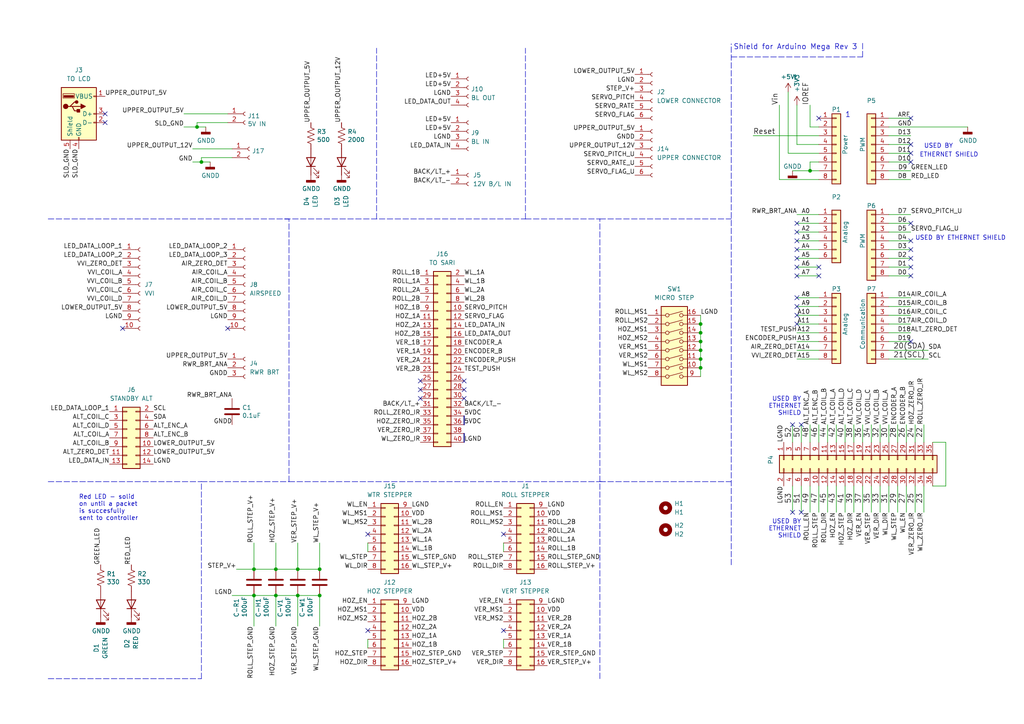
<source format=kicad_sch>
(kicad_sch (version 20211123) (generator eeschema)
  (paper "A4")
  (title_block (date "mar. 31 mars 2015"))
  (junction (at 86.36 165.1))
  (junction (at 73.66 165.1))
  (junction (at 73.66 172.72))
  (junction (at 58.42 46.99))
  (junction (at 203.2 106.68))
  (junction (at 86.36 172.72))
  (junction (at 234.95 49.53))
  (junction (at 57.15 36.83))
  (junction (at 80.01 172.72))
  (junction (at 203.2 96.52))
  (junction (at 203.2 104.14))
  (junction (at 203.2 93.98))
  (junction (at 92.71 172.72))
  (junction (at 80.01 165.1))
  (junction (at 203.2 101.6))
  (junction (at 203.2 99.06))
  (junction (at 92.71 165.1))
  (no_connect (at 231.14 69.85))
  (no_connect (at 231.14 93.98))
  (no_connect (at 231.14 91.44))
  (no_connect (at 231.14 88.9))
  (no_connect (at 231.14 86.36))
  (no_connect (at 264.16 99.06))
  (no_connect (at 264.16 64.77))
  (no_connect (at 264.16 46.99))
  (no_connect (at 264.16 77.47))
  (no_connect (at 121.92 110.49))
  (no_connect (at 231.14 74.93))
  (no_connect (at 264.16 41.91))
  (no_connect (at 264.16 34.29))
  (no_connect (at 264.16 72.39))
  (no_connect (at 231.14 72.39))
  (no_connect (at 231.14 80.01))
  (no_connect (at 264.16 80.01))
  (no_connect (at 264.16 44.45))
  (no_connect (at 134.62 113.03))
  (no_connect (at 231.14 64.77))
  (no_connect (at 66.04 95.25))
  (no_connect (at 264.16 69.85))
  (no_connect (at 106.68 154.94))
  (no_connect (at 134.62 115.57))
  (no_connect (at 106.68 182.88))
  (no_connect (at 146.05 182.88))
  (no_connect (at 237.49 77.47))
  (no_connect (at 231.14 77.47))
  (no_connect (at 237.49 80.01))
  (no_connect (at 35.56 95.25))
  (no_connect (at 237.49 34.29))
  (no_connect (at 146.05 154.94))
  (no_connect (at 121.92 113.03))
  (no_connect (at 121.92 115.57))
  (no_connect (at 134.62 110.49))
  (no_connect (at 30.48 35.56))
  (no_connect (at 30.48 33.02))
  (no_connect (at 264.16 74.93))
  (no_connect (at 231.14 67.31))
  (no_connect (at 232.41 148.59))
  (no_connect (at 229.87 148.59))
  (no_connect (at 232.41 123.19))
  (no_connect (at 229.87 123.19))
  (polyline (pts (xy 152.4 63.5) (xy 152.4 13.97)))
  (wire (pts (xy 237.49 49.53) (xy 234.95 49.53)))
  (wire (pts (xy 218.44 39.37) (xy 237.49 39.37)))
  (wire (pts (xy 228.6 26.67) (xy 228.6 44.45)))
  (wire (pts (xy 257.81 39.37) (xy 264.16 39.37)))
  (wire (pts (xy 229.87 140.97) (xy 229.87 148.59)))
  (wire (pts (xy 240.03 128.27) (xy 240.03 123.19)))
  (wire (pts (xy 203.2 99.06) (xy 203.2 101.6)))
  (polyline (pts (xy 82.55 63.5) (xy 152.4 63.5)))
  (wire (pts (xy 274.32 140.97) (xy 270.51 140.97)))
  (wire (pts (xy 257.81 104.14) (xy 269.24 104.14)))
  (wire (pts (xy 232.41 140.97) (xy 232.41 148.59)))
  (wire (pts (xy 260.35 128.27) (xy 260.35 123.19)))
  (wire (pts (xy 73.66 172.72) (xy 80.01 172.72)))
  (wire (pts (xy 264.16 72.39) (xy 257.81 72.39)))
  (wire (pts (xy 237.49 46.99) (xy 234.95 46.99)))
  (wire (pts (xy 274.32 128.27) (xy 274.32 140.97)))
  (wire (pts (xy 146.05 157.48) (xy 146.05 160.02)))
  (wire (pts (xy 237.49 36.83) (xy 234.95 36.83)))
  (wire (pts (xy 257.81 91.44) (xy 264.16 91.44)))
  (wire (pts (xy 203.2 93.98) (xy 203.2 96.52)))
  (wire (pts (xy 57.15 35.56) (xy 57.15 36.83)))
  (wire (pts (xy 66.04 35.56) (xy 57.15 35.56)))
  (wire (pts (xy 203.2 104.14) (xy 203.2 106.68)))
  (wire (pts (xy 240.03 140.97) (xy 240.03 148.59)))
  (polyline (pts (xy 173.99 63.5) (xy 212.09 63.5)))
  (wire (pts (xy 67.31 172.72) (xy 73.66 172.72)))
  (wire (pts (xy 237.49 96.52) (xy 231.14 96.52)))
  (wire (pts (xy 237.49 72.39) (xy 231.14 72.39)))
  (polyline (pts (xy 13.97 139.7) (xy 58.42 139.7)))
  (wire (pts (xy 73.66 157.48) (xy 73.66 165.1)))
  (wire (pts (xy 237.49 88.9) (xy 231.14 88.9)))
  (wire (pts (xy 247.65 140.97) (xy 247.65 148.59)))
  (wire (pts (xy 265.43 140.97) (xy 265.43 148.59)))
  (wire (pts (xy 226.06 52.07) (xy 226.06 30.48)))
  (wire (pts (xy 58.42 46.99) (xy 60.96 46.99)))
  (wire (pts (xy 257.81 44.45) (xy 264.16 44.45)))
  (wire (pts (xy 234.95 36.83) (xy 234.95 30.48)))
  (wire (pts (xy 237.49 62.23) (xy 231.14 62.23)))
  (wire (pts (xy 203.2 106.68) (xy 203.2 109.22)))
  (wire (pts (xy 264.16 69.85) (xy 257.81 69.85)))
  (wire (pts (xy 231.14 41.91) (xy 237.49 41.91)))
  (wire (pts (xy 257.81 74.93) (xy 264.16 74.93)))
  (wire (pts (xy 68.58 165.1) (xy 73.66 165.1)))
  (wire (pts (xy 237.49 99.06) (xy 231.14 99.06)))
  (wire (pts (xy 86.36 172.72) (xy 92.71 172.72)))
  (wire (pts (xy 257.81 80.01) (xy 264.16 80.01)))
  (wire (pts (xy 237.49 93.98) (xy 231.14 93.98)))
  (wire (pts (xy 237.49 80.01) (xy 231.14 80.01)))
  (wire (pts (xy 92.71 181.61) (xy 92.71 172.72)))
  (wire (pts (xy 234.95 128.27) (xy 234.95 123.19)))
  (wire (pts (xy 106.68 157.48) (xy 106.68 160.02)))
  (wire (pts (xy 245.11 128.27) (xy 245.11 123.19)))
  (polyline (pts (xy 212.09 163.83) (xy 212.09 12.7)))
  (polyline (pts (xy 250.19 16.51) (xy 250.19 12.065)))
  (wire (pts (xy 255.27 140.97) (xy 255.27 148.59)))
  (wire (pts (xy 257.81 128.27) (xy 257.81 123.19)))
  (wire (pts (xy 257.81 86.36) (xy 264.16 86.36)))
  (wire (pts (xy 262.89 128.27) (xy 262.89 123.19)))
  (wire (pts (xy 57.15 36.83) (xy 59.69 36.83)))
  (bus (pts (xy 134.62 125.73) (xy 134.62 128.27)))
  (polyline (pts (xy 152.4 63.5) (xy 173.99 63.5)))
  (polyline (pts (xy 212.09 16.51) (xy 250.19 16.51)))
  (wire (pts (xy 106.68 185.42) (xy 106.68 187.96)))
  (wire (pts (xy 234.95 49.53) (xy 229.87 49.53)))
  (polyline (pts (xy 58.42 196.85) (xy 58.42 139.7)))
  (wire (pts (xy 237.49 128.27) (xy 237.49 123.19)))
  (wire (pts (xy 234.95 140.97) (xy 234.95 148.59)))
  (polyline (pts (xy 173.99 139.7) (xy 173.99 63.5)))
  (wire (pts (xy 237.49 101.6) (xy 231.14 101.6)))
  (wire (pts (xy 257.81 49.53) (xy 264.16 49.53)))
  (wire (pts (xy 55.88 43.18) (xy 67.31 43.18)))
  (polyline (pts (xy 173.99 139.7) (xy 212.09 139.7)))
  (wire (pts (xy 232.41 123.19) (xy 232.41 128.27)))
  (wire (pts (xy 252.73 128.27) (xy 252.73 123.19)))
  (wire (pts (xy 203.2 91.44) (xy 203.2 93.98)))
  (polyline (pts (xy 83.82 139.7) (xy 83.82 63.5)))
  (polyline (pts (xy 13.97 63.5) (xy 83.82 63.5)))
  (wire (pts (xy 237.49 86.36) (xy 231.14 86.36)))
  (bus (pts (xy 134.62 120.65) (xy 134.62 123.19)))
  (wire (pts (xy 245.11 140.97) (xy 245.11 148.59)))
  (wire (pts (xy 267.97 140.97) (xy 267.97 148.59)))
  (wire (pts (xy 257.81 46.99) (xy 264.16 46.99)))
  (wire (pts (xy 237.49 67.31) (xy 231.14 67.31)))
  (wire (pts (xy 92.71 157.48) (xy 92.71 165.1)))
  (polyline (pts (xy 13.97 196.85) (xy 58.42 196.85)))
  (wire (pts (xy 237.49 77.47) (xy 231.14 77.47)))
  (wire (pts (xy 257.81 62.23) (xy 264.16 62.23)))
  (wire (pts (xy 231.14 30.48) (xy 231.14 41.91)))
  (wire (pts (xy 257.81 36.83) (xy 280.67 36.83)))
  (wire (pts (xy 237.49 74.93) (xy 231.14 74.93)))
  (wire (pts (xy 234.95 46.99) (xy 234.95 49.53)))
  (wire (pts (xy 237.49 64.77) (xy 231.14 64.77)))
  (wire (pts (xy 242.57 128.27) (xy 242.57 123.19)))
  (wire (pts (xy 80.01 181.61) (xy 80.01 172.72)))
  (wire (pts (xy 257.81 96.52) (xy 264.16 96.52)))
  (wire (pts (xy 237.49 140.97) (xy 237.49 148.59)))
  (wire (pts (xy 73.66 181.61) (xy 73.66 172.72)))
  (wire (pts (xy 229.87 123.19) (xy 229.87 128.27)))
  (wire (pts (xy 269.24 101.6) (xy 257.81 101.6)))
  (wire (pts (xy 237.49 104.14) (xy 231.14 104.14)))
  (wire (pts (xy 274.32 128.27) (xy 270.51 128.27)))
  (wire (pts (xy 203.2 96.52) (xy 203.2 99.06)))
  (polyline (pts (xy 83.82 139.7) (xy 175.26 139.7)))
  (wire (pts (xy 257.81 34.29) (xy 264.16 34.29)))
  (wire (pts (xy 203.2 101.6) (xy 203.2 104.14)))
  (wire (pts (xy 262.89 140.97) (xy 262.89 148.59)))
  (wire (pts (xy 257.81 52.07) (xy 264.16 52.07)))
  (wire (pts (xy 255.27 128.27) (xy 255.27 123.19)))
  (wire (pts (xy 257.81 88.9) (xy 264.16 88.9)))
  (wire (pts (xy 80.01 157.48) (xy 80.01 165.1)))
  (wire (pts (xy 260.35 140.97) (xy 260.35 148.59)))
  (wire (pts (xy 86.36 157.48) (xy 86.36 165.1)))
  (wire (pts (xy 53.34 33.02) (xy 66.04 33.02)))
  (wire (pts (xy 80.01 165.1) (xy 86.36 165.1)))
  (wire (pts (xy 265.43 128.27) (xy 265.43 123.19)))
  (wire (pts (xy 86.36 181.61) (xy 86.36 172.72)))
  (polyline (pts (xy 109.22 63.5) (xy 109.22 13.97)))
  (wire (pts (xy 247.65 128.27) (xy 247.65 123.19)))
  (polyline (pts (xy 58.42 139.7) (xy 83.82 139.7)))
  (wire (pts (xy 257.81 93.98) (xy 264.16 93.98)))
  (wire (pts (xy 257.81 41.91) (xy 264.16 41.91)))
  (wire (pts (xy 250.19 140.97) (xy 250.19 148.59)))
  (wire (pts (xy 146.05 185.42) (xy 146.05 187.96)))
  (wire (pts (xy 73.66 165.1) (xy 80.01 165.1)))
  (wire (pts (xy 53.34 36.83) (xy 57.15 36.83)))
  (wire (pts (xy 58.42 45.72) (xy 58.42 46.99)))
  (polyline (pts (xy 173.99 196.85) (xy 173.99 139.7)))
  (wire (pts (xy 257.81 77.47) (xy 264.16 77.47)))
  (wire (pts (xy 228.6 44.45) (xy 237.49 44.45)))
  (wire (pts (xy 86.36 165.1) (xy 92.71 165.1)))
  (wire (pts (xy 55.88 46.99) (xy 58.42 46.99)))
  (wire (pts (xy 257.81 99.06) (xy 264.16 99.06)))
  (wire (pts (xy 237.49 91.44) (xy 231.14 91.44)))
  (wire (pts (xy 252.73 140.97) (xy 252.73 148.59)))
  (wire (pts (xy 257.81 140.97) (xy 257.81 148.59)))
  (wire (pts (xy 80.01 172.72) (xy 86.36 172.72)))
  (wire (pts (xy 257.81 64.77) (xy 264.16 64.77)))
  (wire (pts (xy 267.97 128.27) (xy 267.97 123.19)))
  (wire (pts (xy 237.49 69.85) (xy 231.14 69.85)))
  (wire (pts (xy 242.57 140.97) (xy 242.57 148.59)))
  (wire (pts (xy 237.49 52.07) (xy 226.06 52.07)))
  (wire (pts (xy 264.16 67.31) (xy 257.81 67.31)))
  (wire (pts (xy 250.19 128.27) (xy 250.19 123.19)))
  (wire (pts (xy 67.31 45.72) (xy 58.42 45.72)))
  (text "Shield for Arduino Mega Rev 3" (at 212.725 14.605 0) (effects (font (size 1.524 1.524)) (justify left bottom)))
  (text "USED BY\nETHERNET\nSHIELD" (at 232.41 120.65 180) (effects (font (size 1.27 1.27)) (justify right bottom)))
  (text "ETHERNET SHIELD" (at 266.7 45.72 0) (effects (font (size 1.27 1.27)) (justify left bottom)))
  (text "USED BY ETHERNET SHIELD" (at 265.43 69.85 0) (effects (font (size 1.27 1.27)) (justify left bottom)))
  (text "Red LED - solid\non until a packet\nis succesfully \nsent to controller" (at 22.86 151.13 0) (effects (font (size 1.27 1.27)) (justify left bottom)))
  (text "USED BY\nETHERNET\nSHIELD" (at 232.41 156.21 180) (effects (font (size 1.27 1.27)) (justify right bottom)))
  (text "1" (at 245.11 34.29 0) (effects (font (size 1.524 1.524)) (justify left bottom)))
  (text "USED BY" (at 267.97 43.18 0) (effects (font (size 1.27 1.27)) (justify left bottom)))
  (label "WL_2B" (at 119.38 152.4 0))
  (label "WL_DIR" (at 257.81 148.59 270))
  (label "D0" (at 260.35 80.01 0))
  (label "ALT_COIL_C" (at 31.75 121.92 180))
  (label "A13" (at 234.95 99.06 180))
  (label "ROLL_1A" (at 158.75 157.48 0))
  (label "WL_ZERO_IR" (at 267.97 148.59 270))
  (label "D2" (at 260.35 74.93 0))
  (label "HOZ_2B" (at 121.92 97.79 180))
  (label "VVI_COIL_B" (at 255.27 123.19 90))
  (label "ALT_COIL_B" (at 240.03 123.19 90))
  (label "ROLL_2B" (at 158.75 152.4 0))
  (label "ROLL_MS2" (at 187.96 93.98 180))
  (label "SERVO_FLAG" (at 134.62 92.71 0))
  (label "52" (at 229.87 126.9443 90) (effects (font (size 1.524 1.524))))
  (label "WL_MS1" (at 106.68 149.86 180))
  (label "WL_EN" (at 262.89 148.59 270))
  (label "LED_DATA_LOOP_3" (at 66.04 74.93 180))
  (label "AIR_COIL_D" (at 66.04 87.63 180))
  (label "41" (at 245.11 146.05 90) (effects (font (size 1.524 1.524))))
  (label "GND" (at 55.88 46.99 180))
  (label "32" (at 255.27 127 90) (effects (font (size 1.524 1.524))))
  (label "D4" (at 260.35 69.85 0))
  (label "HOZ_ZERO_IR" (at 265.43 123.19 90))
  (label "UPPER_OUTPUT_5V" (at 66.04 104.14 180))
  (label "ENCODER_A" (at 134.62 100.33 0))
  (label "D11" (at 260.35 44.45 0))
  (label "ENCODER_B" (at 262.89 123.19 90))
  (label "GNDD" (at 184.15 40.64 180))
  (label "ROLL_2B" (at 121.92 87.63 180))
  (label "VVI_COIL_D" (at 250.19 123.19 90))
  (label "A14" (at 234.95 101.6 180))
  (label "LGND" (at 130.81 27.94 180))
  (label "D17" (at 260.35 93.98 0))
  (label "WL_STEP" (at 260.35 148.59 270))
  (label "ENCODER_PUSH" (at 134.62 105.41 0))
  (label "BACK{slash}LT_-" (at 130.81 53.34 180))
  (label "VER_1A" (at 121.92 102.87 180))
  (label "D5" (at 260.35 67.31 0))
  (label "WL_2A" (at 134.62 85.09 0))
  (label "40" (at 245.11 127 90) (effects (font (size 1.524 1.524))))
  (label "HOZ_STEP" (at 245.11 148.59 270))
  (label "LED+5V" (at 130.81 38.1 180))
  (label "ROLL_EN" (at 234.95 148.59 270))
  (label "ROLL_EN" (at 146.05 147.32 180))
  (label "ROLL_STEP_GND" (at 158.75 162.56 0))
  (label "LGND" (at 227.33 140.97 270))
  (label "LGND" (at 67.31 172.72 180))
  (label "GNDD" (at 67.31 123.19 180))
  (label "SERVO_FLAG_U" (at 264.16 67.31 0))
  (label "ROLL_1B" (at 121.92 80.01 180))
  (label "Vin" (at 226.06 30.48 90) (effects (font (size 1.524 1.524))))
  (label "UPPER_OUTPUT_5V" (at 53.34 33.02 180))
  (label "VER_MS1" (at 187.96 101.6 180))
  (label "HOZ_STEP_V+" (at 119.38 193.04 0))
  (label "IOREF" (at 234.95 30.48 90) (effects (font (size 1.524 1.524))))
  (label "VDD" (at 158.75 149.86 0))
  (label "WL_MS1" (at 187.96 106.68 180))
  (label "A7" (at 234.95 80.01 180))
  (label "LGND" (at 130.81 40.64 180))
  (label "LGND" (at 119.38 147.32 0))
  (label "D19" (at 260.35 99.06 0))
  (label "ROLL_MS1" (at 187.96 91.44 180))
  (label "44" (at 240.03 126.9443 90) (effects (font (size 1.524 1.524))))
  (label "WL_1B" (at 134.62 82.55 0))
  (label "LED+5V" (at 130.81 35.56 180))
  (label "HOZ_STEP_GND" (at 80.01 181.61 270))
  (label "AIR_COIL_D" (at 264.16 93.98 0))
  (label "WL_MS2" (at 106.68 152.4 180))
  (label "50" (at 232.41 126.9443 90) (effects (font (size 1.524 1.524))))
  (label "ROLL_STEP_V+" (at 73.66 157.48 90))
  (label "HOZ_1A" (at 121.92 92.71 180))
  (label "WL_STEP_GND" (at 119.38 162.56 0))
  (label "LOWER_OUTPUT_5V" (at 184.15 21.59 180))
  (label "D16" (at 260.35 91.44 0))
  (label "UPPER_OUTPUT_12V" (at 184.15 43.18 180))
  (label "RED_LED" (at 264.16 52.07 0))
  (label "WL_1A" (at 119.38 157.48 0))
  (label "ROLL_MS2" (at 146.05 152.4 180))
  (label "AIR_COIL_B" (at 66.04 82.55 180))
  (label "Reset" (at 218.44 39.37 0) (effects (font (size 1.524 1.524))))
  (label "48" (at 234.95 126.9443 90) (effects (font (size 1.524 1.524))))
  (label "46" (at 237.49 126.9443 90) (effects (font (size 1.524 1.524))))
  (label "A12" (at 234.95 96.52 180))
  (label "21(SCL)" (at 259.08 104.14 0) (effects (font (size 1.524 1.524))))
  (label "HOZ_DIR" (at 247.65 148.59 270))
  (label "20(SDA)" (at 259.08 101.6 0) (effects (font (size 1.524 1.524))))
  (label "D12" (at 260.35 41.91 0))
  (label "53" (at 229.87 146.05 90) (effects (font (size 1.524 1.524))))
  (label "UPPER_OUTPUT_5V" (at 184.15 38.1 180))
  (label "HOZ_STEP" (at 106.68 190.5 180))
  (label "LGND" (at 184.15 24.13 180))
  (label "LGND" (at 134.62 128.27 0))
  (label "ALT_ENC_B" (at 237.49 123.19 90))
  (label "SERVO_FLAG" (at 184.15 34.29 180))
  (label "37" (at 250.19 146.05 90) (effects (font (size 1.524 1.524))))
  (label "SLD_GND" (at 22.86 43.18 270))
  (label "VER_2B" (at 121.92 107.95 180))
  (label "LED_DATA_LOOP_2" (at 66.04 72.39 180))
  (label "STEP_V+" (at 184.15 26.67 180))
  (label "LGND" (at 119.38 175.26 0))
  (label "ALT_ENC_B" (at 44.45 127 0))
  (label "5VDC" (at 134.62 123.19 0))
  (label "ROLL_STEP" (at 237.49 148.59 270))
  (label "LGND" (at 35.56 92.71 180))
  (label "GREEN_LED" (at 264.16 49.53 0))
  (label "VDD" (at 119.38 149.86 0))
  (label "LED_DATA_OUT" (at 130.81 30.48 180))
  (label "27" (at 262.89 146.05 90) (effects (font (size 1.524 1.524))))
  (label "BACK{slash}LT_-" (at 134.62 118.11 0))
  (label "VER_1A" (at 158.75 185.42 0))
  (label "39" (at 247.65 146.05 90) (effects (font (size 1.524 1.524))))
  (label "HOZ_STEP_V+" (at 80.01 157.48 90))
  (label "VER_ZERO_IR" (at 265.43 148.59 270))
  (label "AIR_COIL_C" (at 66.04 85.09 180))
  (label "26" (at 262.89 127 90) (effects (font (size 1.524 1.524))))
  (label "WL_2B" (at 134.62 87.63 0))
  (label "SLD_GND" (at 20.32 43.18 270))
  (label "BACK{slash}LT_+" (at 130.81 50.8 180))
  (label "WL_1A" (at 134.62 80.01 0))
  (label "D15" (at 260.35 88.9 0))
  (label "VVI_COIL_C" (at 35.56 85.09 180))
  (label "HOZ_DIR" (at 106.68 193.04 180))
  (label "LGND" (at 227.33 128.27 90))
  (label "LOWER_OUTPUT_5V" (at 44.45 129.54 0))
  (label "ROLL_1B" (at 158.75 160.02 0))
  (label "A10" (at 234.95 91.44 180))
  (label "33" (at 255.27 146.05 90) (effects (font (size 1.524 1.524))))
  (label "D8" (at 260.35 52.07 0))
  (label "VER_STEP_GND" (at 86.36 181.61 270))
  (label "ENCODER_A" (at 260.35 123.19 90))
  (label "LED_DATA_OUT" (at 134.62 97.79 0))
  (label "VVI_ZERO_DET" (at 35.56 77.47 180))
  (label "LGND" (at 44.45 134.62 0))
  (label "D9" (at 260.4525 49.53 0))
  (label "D18" (at 260.35 96.52 0))
  (label "ROLL_1A" (at 121.92 82.55 180))
  (label "LOWER_OUTPUT_5V" (at 35.56 90.17 180))
  (label "SCL" (at 269.24 104.14 0))
  (label "AIR_COIL_C" (at 264.16 91.44 0))
  (label "LOWER_OUTPUT_5V" (at 66.04 90.17 180))
  (label "RWR_BRT_ANA" (at 67.31 115.57 180))
  (label "A5" (at 234.95 74.93 180))
  (label "WL_MS2" (at 187.96 109.22 180))
  (label "SERVO_PITCH_U" (at 264.16 62.23 0))
  (label "VDD" (at 119.38 177.8 0))
  (label "D7" (at 260.35 62.23 0))
  (label "ALT_ZERO_DET" (at 264.16 96.52 0))
  (label "LED_DATA_IN" (at 31.75 134.62 180))
  (label "STEP_V+" (at 68.58 165.1 180))
  (label "ROLL_STEP" (at 146.05 162.56 180))
  (label "VVI_COIL_D" (at 35.56 87.63 180))
  (label "35" (at 252.73 146.05 90) (effects (font (size 1.524 1.524))))
  (label "ALT_ZERO_DET" (at 31.75 132.08 180))
  (label "RWR_BRT_ANA" (at 231.14 62.23 180))
  (label "ARF" (at 260.35 34.29 0))
  (label "BACK{slash}LT_+" (at 121.92 118.11 180))
  (label "SDA" (at 269.24 101.6 0))
  (label "ALT_COIL_B" (at 31.75 129.54 180))
  (label "ALT_ENC_A" (at 44.45 124.46 0))
  (label "VVI_ZERO_DET" (at 231.14 104.14 180))
  (label "22" (at 267.97 127 90) (effects (font (size 1.524 1.524))))
  (label "SDA" (at 44.45 121.92 0))
  (label "ROLL_DIR" (at 240.03 148.59 270))
  (label "HOZ_1B" (at 119.38 187.96 0))
  (label "WL_1B" (at 119.38 160.02 0))
  (label "VER_EN" (at 250.19 148.59 270))
  (label "ROLL_ZERO_IR" (at 121.92 120.65 180))
  (label "VER_2A" (at 121.92 105.41 180))
  (label "30" (at 257.81 127 90) (effects (font (size 1.524 1.524))))
  (label "UPPER_OUTPUT_12V" (at 99.06 35.56 90))
  (label "SERVO_PITCH" (at 184.15 29.21 180))
  (label "WL_STEP_V+" (at 92.71 157.48 90))
  (label "SERVO_FLAG_U" (at 184.15 50.8 180))
  (label "ROLL_2A" (at 158.75 154.94 0))
  (label "SLD_GND" (at 53.34 36.83 180))
  (label "VER_ZERO_IR" (at 121.92 125.73 180))
  (label "VER_2A" (at 158.75 182.88 0))
  (label "D14" (at 260.35 86.36 0))
  (label "HOZ_MS1" (at 187.96 96.52 180))
  (label "ENCODER_B" (at 134.62 102.87 0))
  (label "HOZ_MS2" (at 187.96 99.06 180))
  (label "WL_EN" (at 106.68 147.32 180))
  (label "34" (at 252.73 127 90) (effects (font (size 1.524 1.524))))
  (label "VER_2B" (at 158.75 180.34 0))
  (label "VER_STEP" (at 146.05 190.5 180))
  (label "A1" (at 234.95 64.77 180))
  (label "HOZ_2B" (at 119.38 180.34 0))
  (label "VER_STEP_V+" (at 158.75 193.04 0))
  (label "HOZ_MS1" (at 106.68 177.8 180))
  (label "A3" (at 234.95 69.85 180))
  (label "ROLL_STEP_V+" (at 158.75 165.1 0))
  (label "VER_MS2" (at 146.05 180.34 180))
  (label "SERVO_PITCH_U" (at 184.15 45.72 180))
  (label "ALT_COIL_A" (at 31.75 127 180))
  (label "23" (at 267.97 146.05 90) (effects (font (size 1.524 1.524))))
  (label "ENCODER_PUSH" (at 231.14 99.06 180))
  (label "LED_DATA_IN" (at 130.81 43.18 180))
  (label "ROLL_MS1" (at 146.05 149.86 180))
  (label "ROLL_ZERO_IR" (at 267.97 123.19 90))
  (label "LGND" (at 203.2 91.44 0))
  (label "ALT_COIL_D" (at 245.11 123.19 90))
  (label "ROLL_DIR" (at 146.05 165.1 180))
  (label "WL_STEP" (at 106.68 162.56 180))
  (label "WL_STEP_V+" (at 119.38 165.1 0))
  (label "38" (at 247.65 127 90) (effects (font (size 1.524 1.524))))
  (label "D1" (at 260.35 77.47 0))
  (label "LGND" (at 158.75 175.26 0))
  (label "D6" (at 260.35 64.77 0))
  (label "ROLL_STEP_GND" (at 73.66 181.61 270))
  (label "AIR_COIL_B" (at 264.16 88.9 0))
  (label "VER_MS2" (at 187.96 104.14 180))
  (label "AIR_COIL_A" (at 264.16 86.36 0))
  (label "UPPER_OUTPUT_5V" (at 90.17 35.56 90))
  (label "ALT_COIL_A" (at 242.57 123.19 90))
  (label "LED_DATA_LOOP_1" (at 31.75 119.38 180))
  (label "45" (at 240.03 146.05 90) (effects (font (size 1.524 1.524))))
  (label "36" (at 250.19 127 90) (effects (font (size 1.524 1.524))))
  (label "LED_DATA_IN" (at 134.62 95.25 0))
  (label "ALT_ENC_A" (at 234.95 123.19 90))
  (label "HOZ_2A" (at 121.92 95.25 180))
  (label "VER_STEP_GND" (at 158.75 190.5 0))
  (label "HOZ_1B" (at 121.92 90.17 180))
  (label "A0" (at 234.95 62.23 180))
  (label "TEST_PUSH" (at 134.62 107.95 0))
  (label "UPPER_OUTPUT_12V" (at 55.88 43.18 180))
  (label "VER_1B" (at 121.92 100.33 180))
  (label "ALT_COIL_D" (at 31.75 124.46 180))
  (label "HOZ_2A" (at 119.38 182.88 0))
  (label "AIR_COIL_A" (at 66.04 80.01 180))
  (label "WL_DIR" (at 106.68 165.1 180))
  (label "25" (at 265.43 146.05 90) (effects (font (size 1.524 1.524))))
  (label "A4" (at 234.95 72.39 180))
  (label "LGND" (at 158.75 147.32 0))
  (label "HOZ_ZERO_IR" (at 121.92 123.19 180))
  (label "A8" (at 234.95 86.36 180))
  (label "AIR_ZERO_DET" (at 66.04 77.47 180))
  (label "GND" (at 260.35 36.83 0))
  (label "GREEN_LED" (at 29.21 163.83 90))
  (label "LED+5V" (at 130.81 22.86 180))
  (label "31" (at 257.81 146.05 90) (effects (font (size 1.524 1.524))))
  (label "LED_DATA_LOOP_1" (at 35.56 72.39 180))
  (label "A6" (at 234.95 77.47 180))
  (label "LED_DATA_LOOP_2" (at 35.56 74.93 180))
  (label "SERVO_RATE_U" (at 184.15 48.26 180))
  (label "AIR_ZERO_DET" (at 231.14 101.6 180))
  (label "VVI_COIL_A" (at 257.81 123.19 90))
  (label "TEST_PUSH" (at 231.14 96.52 180))
  (label "VER_MS1" (at 146.05 177.8 180))
  (label "VER_DIR" (at 146.05 193.04 180))
  (label "A15" (at 234.95 104.14 180))
  (label "29" (at 260.35 146.05 90) (effects (font (size 1.524 1.524))))
  (label "SERVO_RATE" (at 184.15 31.75 180))
  (label "SERVO_PITCH" (at 134.62 90.17 0))
  (label "A9" (at 234.95 88.9 180))
  (label "HOZ_1A" (at 119.38 185.42 0))
  (label "WL_STEP_GND" (at 92.71 181.61 270))
  (label "HOZ_MS2" (at 106.68 180.34 180))
  (label "VER_EN" (at 146.05 175.26 180))
  (label "VDD" (at 158.75 177.8 0))
  (label "VVI_COIL_C" (at 252.73 123.19 90))
  (label "VVI_COIL_A" (at 35.56 80.01 180))
  (label "LED+5V" (at 130.81 25.4 180))
  (label "WL_2A" (at 119.38 154.94 0))
  (label "LOWER_OUTPUT_5V" (at 44.45 132.08 0))
  (label "47" (at 237.49 146.05 90) (effects (font (size 1.524 1.524))))
  (label "24" (at 265.43 127 90) (effects (font (size 1.524 1.524))))
  (label "HOZ_STEP_GND" (at 119.38 190.5 0))
  (label "28" (at 260.35 127 90) (effects (font (size 1.524 1.524))))
  (label "43" (at 242.57 146.05 90) (effects (font (size 1.524 1.524))))
  (label "D3" (at 260.35 72.39 0))
  (label "ROLL_2A" (at 121.92 85.09 180))
  (label "D13" (at 260.35 39.37 0))
  (label "51" (at 232.41 146.05 90) (effects (font (size 1.524 1.524))))
  (label "VVI_COIL_B" (at 35.56 82.55 180))
  (label "SCL" (at 44.45 119.38 0))
  (label "VER_STEP" (at 252.73 148.59 270))
  (label "D10" (at 260.35 46.99 0))
  (label "A2" (at 234.95 67.31 180))
  (label "A11" (at 234.95 93.98 180))
  (label "WL_ZERO_IR" (at 121.92 128.27 180))
  (label "VER_DIR" (at 255.27 148.59 270))
  (label "5VDC" (at 134.62 120.65 0))
  (label "GNDD" (at 66.04 109.22 180))
  (label "HOZ_EN" (at 106.68 175.26 180))
  (label "VER_STEP_V+" (at 86.36 157.48 90))
  (label "42" (at 242.57 126.9443 90) (effects (font (size 1.524 1.524))))
  (label "ALT_COIL_C" (at 247.65 123.19 90))
  (label "RWR_BRT_ANA" (at 66.04 106.68 180))
  (label "VER_1B" (at 158.75 187.96 0))
  (label "RED_LED" (at 38.1 163.83 90))
  (label "LGND" (at 66.04 92.71 180))
  (label "HOZ_EN" (at 242.57 148.59 270))
  (label "UPPER_OUTPUT_5V" (at 30.48 27.94 0))
  (label "49" (at 234.95 146.05 90) (effects (font (size 1.524 1.524))))
  (symbol (lib_id "Connector_Generic:Conn_01x08") (at 242.57 41.91 0) (unit 1)
    (property "Reference" "P1" (at 242.57 31.75 0))
    (property "Value" "Power" (at 245.11 41.91 90))
    (property "Footprint" "Socket_Arduino_Mega:Socket_Strip_Arduino_1x08" (effects hide))
  )
  (symbol (lib_id "power:+3V3") (at 231.14 30.48 0) (unit 1)
    (property "Reference" "#PWR020" (effects hide))
    (property "Value" "+3.3V" (at 231.14 24.13 90))
  )
  (symbol (lib_id "Connector_Generic:Conn_01x08") (at 252.73 41.91 0) (mirror y) (unit 1)
    (property "Reference" "P5" (at 252.73 29.21 0))
    (property "Value" "PWM" (at 250.19 41.91 90))
    (property "Footprint" "Socket_Arduino_Mega:Socket_Strip_Arduino_1x08" (effects hide))
  )
  (symbol (lib_id "Connector_Generic:Conn_01x06") (at 242.57 67.31 0) (unit 1)
    (property "Reference" "P2" (at 242.57 57.15 0))
    (property "Value" "Analog" (at 245.11 67.31 90))
    (property "Footprint" "Connector_PinHeader_2.54mm:PinHeader_1x06_P2.54mm_Vertical" (effects hide))
  )
  (symbol (lib_id "Connector_Generic:Conn_01x08") (at 252.73 69.85 0) (mirror y) (unit 1)
    (property "Reference" "P6" (at 252.73 59.69 0))
    (property "Value" "PWM" (at 250.19 69.85 90))
    (property "Footprint" "Socket_Arduino_Mega:Socket_Strip_Arduino_1x08" (effects hide))
  )
  (symbol (lib_id "Connector_Generic:Conn_01x08") (at 242.57 93.98 0) (unit 1)
    (property "Reference" "P3" (at 242.57 83.82 0))
    (property "Value" "Analog" (at 245.11 93.98 90))
    (property "Footprint" "Socket_Arduino_Mega:Socket_Strip_Arduino_1x08" (effects hide))
  )
  (symbol (lib_id "Connector_Generic:Conn_01x08") (at 252.73 93.98 0) (mirror y) (unit 1)
    (property "Reference" "P7" (at 252.73 83.82 0))
    (property "Value" "Communication" (at 250.19 93.98 90))
    (property "Footprint" "Socket_Arduino_Mega:Socket_Strip_Arduino_1x08" (effects hide))
  )
  (symbol (lib_id "Connector_Generic:Conn_02x18_Odd_Even") (at 247.65 133.35 90) (mirror x) (unit 1)
    (property "Reference" "P4" (at 223.52 133.35 0))
    (property "Value" "Digital" (effects hide))
    (property "Footprint" "Socket_Arduino_Mega:Socket_Strip_Arduino_2x18" (effects hide))
  )
  (symbol (lib_id "power:+5VL") (at 228.6 26.67 0) (unit 1)
    (property "Reference" "#PWR019" (effects hide))
    (property "Value" "+5VL" (at 228.981 22.2758 0))
  )
  (symbol (lib_id "power:GNDD") (at 229.87 49.53 0) (unit 1)
    (property "Reference" "#PWR021" (effects hide))
    (property "Value" "GNDD" (at 229.87 48.26 0))
  )
  (symbol (lib_id "power:GNDD") (at 280.67 36.83 0) (unit 1)
    (property "Reference" "#PWR022" (effects hide))
    (property "Value" "GNDD" (at 280.7716 40.767 0))
  )
  (symbol (lib_id "Connector_Generic:Conn_02x08_Top_Bottom") (at 151.13 182.88 0) (unit 1)
    (property "Reference" "J13" (at 152.4 168.91 0))
    (property "Value" "VERT STEPPER" (at 152.4 171.45 0))
    (property "Footprint" "Module:Pololu_Breakout-16_15.2x20.3mm" (effects hide))
  )
  (symbol (lib_id "Device:LED") (at 99.06 46.99 90) (unit 1)
    (property "Reference" "D3" (at 97.79 58.42 0))
    (property "Value" "LED" (at 100.33 58.42 0))
    (property "Footprint" "LED_THT:LED_D3.0mm" (effects hide))
  )
  (symbol (lib_id "Connector:Conn_01x06_Female") (at 189.23 43.18 0) (unit 1)
    (property "Reference" "J14" (at 190.5 43.1799 0) (effects (justify left)))
    (property "Value" "UPPER CONNECTOR" (at 190.5 45.7199 0) (effects (justify left)))
    (property "Footprint" "Connector_JST:JST_XH_B6B-XH-A_1x06_P2.50mm_Vertical" (effects hide))
  )
  (symbol (lib_id "Device:C") (at 73.66 168.91 0) (unit 1)
    (property "Reference" "C-R1" (at 68.58 179.07 90) (effects (justify left)))
    (property "Value" "100uF" (at 70.8914 179.07 90) (effects (justify left)))
    (property "Footprint" "Capacitor_THT:C_Radial_D8.0mm_H7.0mm_P3.50mm" (effects hide))
  )
  (symbol (lib_id "Connector:Conn_01x06_Female") (at 189.23 26.67 0) (unit 1)
    (property "Reference" "J2" (at 190.5 26.6699 0) (effects (justify left)))
    (property "Value" "LOWER CONNECTOR" (at 190.5 29.2099 0) (effects (justify left)))
    (property "Footprint" "Connector_JST:JST_XH_B6B-XH-A_1x06_P2.50mm_Vertical" (effects hide))
  )
  (symbol (lib_id "Device:LED") (at 29.21 175.26 90) (unit 1)
    (property "Reference" "D1" (at 27.94 187.96 0))
    (property "Value" "GREEN" (at 30.48 187.96 0))
    (property "Footprint" "LED_THT:LED_D3.0mm" (effects hide))
  )
  (symbol (lib_id "APU Panel PCB V2:Connector_Conn_01x04_Female") (at 135.89 38.1 0) (unit 1)
    (property "Reference" "J9" (at 136.6012 38.5353 0) (effects (justify left)))
    (property "Value" "BL IN" (at 136.6012 41.0722 0) (effects (justify left)))
    (property "Footprint" "Connector_Molex:Molex_Mini-Fit_Jr_5566-04A_2x02_P4.20mm_Vertical" (effects hide))
  )
  (symbol (lib_id "Connector:Conn_01x10_Female") (at 71.12 82.55 0) (unit 1)
    (property "Reference" "J8" (at 72.39 82.5499 0) (effects (justify left)))
    (property "Value" "AIRSPEED" (at 72.39 85.0899 0) (effects (justify left)))
    (property "Footprint" "Connector_JST:JST_XH_B10B-XH-A_1x10_P2.50mm_Vertical" (effects hide))
  )
  (symbol (lib_id "Connector_Generic:Conn_02x20_Odd_Even") (at 127 102.87 0) (unit 1)
    (property "Reference" "J16" (at 128.27 73.66 0))
    (property "Value" "TO SARI" (at 128.27 76.2 0))
    (property "Footprint" "Connector_IDC:IDC-Header_2x20_P2.54mm_Vertical" (effects hide))
  )
  (symbol (lib_id "Connector:USB_A") (at 22.86 33.02 0) (unit 1)
    (property "Reference" "J3" (at 22.86 20.32 0))
    (property "Value" "TO LCD" (at 22.86 22.86 0))
    (property "Footprint" "Connector_USB:USB_A_Molex_67643_Horizontal" (effects hide))
    (property "Datasheet" " ~" (effects hide))
  )
  (symbol (lib_id "Device:LED") (at 38.1 175.26 90) (unit 1)
    (property "Reference" "D2" (at 36.83 186.69 0))
    (property "Value" "RED" (at 39.37 186.3725 0))
    (property "Footprint" "LED_THT:LED_D3.0mm" (effects hide))
  )
  (symbol (lib_id "power:GNDD") (at 29.21 179.07 0) (unit 1)
    (property "Reference" "#PWR0108" (effects hide))
    (property "Value" "GNDD" (at 29.3116 183.007 0))
  )
  (symbol (lib_id "Connector:Conn_01x02_Female") (at 135.89 50.8 0) (unit 1)
    (property "Reference" "J5" (at 137.16 50.7999 0) (effects (justify left)))
    (property "Value" "12V B/L IN" (at 137.16 53.3399 0) (effects (justify left)))
    (property "Footprint" "Connector_JST:JST_EH_B2B-EH-A_1x02_P2.50mm_Vertical" (effects hide))
  )
  (symbol (lib_id "power:GNDD") (at 38.1 179.07 0) (unit 1)
    (property "Reference" "#PWR0107" (effects hide))
    (property "Value" "GNDD" (at 38.2016 183.007 0))
  )
  (symbol (lib_id "Mechanical:MountingHole") (at 193.04 147.32 0) (unit 1)
    (property "Reference" "H1" (at 195.58 146.0499 0) (effects (justify left)))
    (property "Value" "H1" (at 195.58 148.5899 0) (effects (justify left)))
    (property "Footprint" "MountingHole:MountingHole_2.5mm" (effects hide))
  )
  (symbol (lib_id "Device:C") (at 86.36 168.91 0) (unit 1)
    (property "Reference" "C-V1" (at 81.28 179.07 90) (effects (justify left)))
    (property "Value" "100uF" (at 83.5914 179.07 90) (effects (justify left)))
    (property "Footprint" "Capacitor_THT:C_Radial_D8.0mm_H7.0mm_P3.50mm" (effects hide))
  )
  (symbol (lib_id "OH - Left Console - 7 - Communication Panel-cache:Connector_Conn_01x03_Female") (at 71.12 106.68 0) (unit 1)
    (property "Reference" "J4" (at 72.39 105.4099 0) (effects (justify left)))
    (property "Value" "RWR BRT" (at 72.39 107.9499 0) (effects (justify left)))
    (property "Footprint" "Connector_JST:JST_XH_B3B-XH-A_1x03_P2.50mm_Vertical" (effects hide))
  )
  (symbol (lib_id "Device:C") (at 67.31 119.38 0) (unit 1)
    (property "Reference" "C1" (at 70.231 118.2116 0) (effects (justify left)))
    (property "Value" "0.1uF" (at 70.231 120.523 0) (effects (justify left)))
    (property "Footprint" "Capacitor_THT:C_Disc_D6.0mm_W2.5mm_P5.00mm" (effects hide))
  )
  (symbol (lib_id "Connector:Conn_01x10_Female") (at 40.64 82.55 0) (unit 1)
    (property "Reference" "J7" (at 41.91 82.5499 0) (effects (justify left)))
    (property "Value" "VVI" (at 41.91 85.0899 0) (effects (justify left)))
    (property "Footprint" "Connector_JST:JST_XH_B10B-XH-A_1x10_P2.50mm_Vertical" (effects hide))
  )
  (symbol (lib_id "Device:C") (at 80.01 168.91 0) (unit 1)
    (property "Reference" "C-H1" (at 74.93 179.07 90) (effects (justify left)))
    (property "Value" "100uF" (at 77.2414 179.07 90) (effects (justify left)))
    (property "Footprint" "Capacitor_THT:C_Radial_D8.0mm_H7.0mm_P3.50mm" (effects hide))
  )
  (symbol (lib_name "Conn_02x08_Top_Bottom_1") (lib_id "Connector_Generic:Conn_02x08_Top_Bottom") (at 151.13 154.94 0) (unit 1)
    (property "Reference" "J1" (at 152.4 140.97 0))
    (property "Value" "ROLL STEPPER" (at 152.4 143.51 0))
    (property "Footprint" "Module:Pololu_Breakout-16_15.2x20.3mm" (effects hide))
  )
  (symbol (lib_id "Device:R_US") (at 38.1 167.64 0) (unit 1)
    (property "Reference" "R2" (at 39.8272 166.4716 0) (effects (justify left)))
    (property "Value" "330" (at 39.8272 168.783 0) (effects (justify left)))
    (property "Footprint" "PT_Library_v001:PT_R_Axial_DIN0204_L3.6mm_D1.6mm_P2.54mm_Vertical" (effects hide))
  )
  (symbol (lib_id "Connector_Generic:Conn_02x08_Top_Bottom") (at 111.76 182.88 0) (unit 1)
    (property "Reference" "J12" (at 113.03 168.91 0))
    (property "Value" "HOZ STEPPER" (at 113.03 171.45 0))
    (property "Footprint" "Module:Pololu_Breakout-16_15.2x20.3mm" (effects hide))
  )
  (symbol (lib_id "Device:R_US") (at 90.17 39.37 0) (unit 1)
    (property "Reference" "R3" (at 91.8972 38.2016 0) (effects (justify left)))
    (property "Value" "500" (at 91.8972 40.513 0) (effects (justify left)))
    (property "Footprint" "Resistor_THT:R_Axial_DIN0204_L3.6mm_D1.6mm_P2.54mm_Vertical" (effects hide))
  )
  (symbol (lib_id "Connector:Conn_01x02_Female") (at 71.12 33.02 0) (unit 1)
    (property "Reference" "J11" (at 71.8312 33.6296 0) (effects (justify left)))
    (property "Value" "5V IN" (at 71.8312 35.941 0) (effects (justify left)))
    (property "Footprint" "Connector_BarrelJack:BarrelJack_Horizontal" (effects hide))
  )
  (symbol (lib_id "power:GNDD") (at 60.96 46.99 0) (unit 1)
    (property "Reference" "#PWR0103" (effects hide))
    (property "Value" "GNDD" (at 61.0616 50.927 0))
  )
  (symbol (lib_id "Device:R_US") (at 29.21 167.64 0) (unit 1)
    (property "Reference" "R1" (at 30.9372 166.4716 0) (effects (justify left)))
    (property "Value" "330" (at 30.9372 168.783 0) (effects (justify left)))
    (property "Footprint" "Resistor_THT:R_Axial_DIN0204_L3.6mm_D1.6mm_P2.54mm_Vertical" (effects hide))
  )
  (symbol (lib_id "Connector:Conn_01x02_Female") (at 72.39 43.18 0) (unit 1)
    (property "Reference" "J17" (at 73.1012 43.7896 0) (effects (justify left)))
    (property "Value" "STEPPER IN 12-20VDC" (effects hide))
    (property "Footprint" "Connector_BarrelJack:BarrelJack_Horizontal" (effects hide))
  )
  (symbol (lib_id "Device:LED") (at 90.17 46.99 90) (unit 1)
    (property "Reference" "D4" (at 88.9 58.42 0))
    (property "Value" "LED" (at 91.44 58.42 0))
    (property "Footprint" "LED_THT:LED_D3.0mm" (effects hide))
  )
  (symbol (lib_id "Switch:SW_DIP_x08") (at 195.58 101.6 0) (unit 1)
    (property "Reference" "SW1" (at 195.58 83.82 0))
    (property "Value" "MICRO STEP" (at 195.58 86.36 0))
    (property "Footprint" "Button_Switch_THT:SW_DIP_SPSTx08_Slide_9.78x22.5mm_W7.62mm_P2.54mm" (effects hide))
  )
  (symbol (lib_id "Device:R_US") (at 99.06 39.37 0) (unit 1)
    (property "Reference" "R4" (at 100.7872 38.2016 0) (effects (justify left)))
    (property "Value" "2000" (at 100.7872 40.513 0) (effects (justify left)))
    (property "Footprint" "Resistor_THT:R_Axial_DIN0204_L3.6mm_D1.6mm_P2.54mm_Vertical" (effects hide))
  )
  (symbol (lib_id "Mechanical:MountingHole") (at 193.04 153.67 0) (unit 1)
    (property "Reference" "H2" (at 195.58 152.3999 0) (effects (justify left)))
    (property "Value" "H2" (at 195.58 154.9399 0) (effects (justify left)))
    (property "Footprint" "MountingHole:MountingHole_2.5mm" (effects hide))
  )
  (symbol (lib_id "power:GNDD") (at 90.17 50.8 0) (unit 1)
    (property "Reference" "#PWR0106" (effects hide))
    (property "Value" "GNDD" (at 90.2716 54.737 0))
  )
  (symbol (lib_id "standby_altimeter-cache:Connector_Generic_Conn_02x07_Odd_Even") (at 36.83 127 0) (unit 1)
    (property "Reference" "J6" (at 38.1 113.03 0))
    (property "Value" "STANDBY ALT" (at 38.1 115.57 0))
    (property "Footprint" "Connector_IDC:IDC-Header_2x07_P2.54mm_Vertical" (effects hide))
  )
  (symbol (lib_id "power:GNDD") (at 59.69 36.83 0) (unit 1)
    (property "Reference" "#PWR0104" (effects hide))
    (property "Value" "GNDD" (at 59.7916 40.767 0))
  )
  (symbol (lib_id "power:GNDD") (at 99.06 50.8 0) (unit 1)
    (property "Reference" "#PWR0105" (effects hide))
    (property "Value" "GNDD" (at 99.1616 54.737 0))
  )
  (symbol (lib_id "Device:C") (at 92.71 168.91 0) (unit 1)
    (property "Reference" "C-W1" (at 87.63 179.07 90) (effects (justify left)))
    (property "Value" "100uF" (at 89.9414 179.07 90) (effects (justify left)))
    (property "Footprint" "Capacitor_THT:C_Radial_D8.0mm_H7.0mm_P3.50mm" (effects hide))
  )
  (symbol (lib_id "APU Panel PCB V2:Connector_Conn_01x04_Female") (at 135.89 25.4 0) (unit 1)
    (property "Reference" "J10" (at 136.6012 25.8353 0) (effects (justify left)))
    (property "Value" "BL OUT" (at 136.6012 28.3722 0) (effects (justify left)))
    (property "Footprint" "Connector_Molex:Molex_Mini-Fit_Jr_5566-04A_2x02_P4.20mm_Vertical" (effects hide))
  )
  (symbol (lib_id "Connector_Generic:Conn_02x08_Top_Bottom") (at 111.76 154.94 0) (unit 1)
    (property "Reference" "J15" (at 113.03 140.97 0))
    (property "Value" "WTR STEPPER" (at 113.03 143.51 0))
    (property "Footprint" "Module:Pololu_Breakout-16_15.2x20.3mm" (effects hide))
  )
)
</source>
